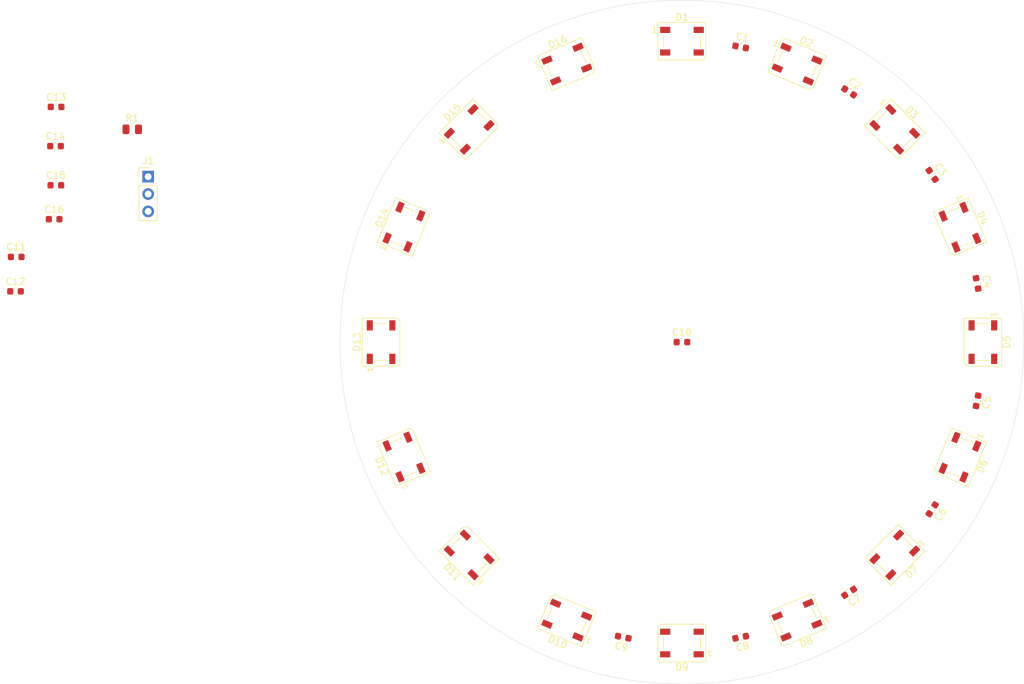
<source format=kicad_pcb>
(kicad_pcb (version 20240108) (generator "pcbnew") (generator_version "8.0")
  (layers (0 "F.Cu" signal) (31 "B.Cu" signal) (34 "B.Paste" user) (35 "F.Paste" user) (36 "B.SilkS" user "B.Silkscreen") (37 "F.SilkS" user "F.Silkscreen") (38 "B.Mask" user) (39 "F.Mask" user) (44 "Edge.Cuts" user))
  (net 0 "")
  (net 1 "GND")
  (net 2 "+5V")
  (net 3 "Net-(D1-DIN)")
  (net 4 "Net-(D1-DOUT)")
  (net 5 "Net-(D2-DOUT)")
  (net 6 "Net-(D3-DOUT)")
  (net 7 "Net-(D4-DOUT)")
  (net 8 "Net-(D5-DOUT)")
  (net 9 "Net-(D6-DOUT)")
  (net 10 "Net-(D7-DOUT)")
  (net 11 "/L1")
  (net 12 "Net-(D10-DIN)")
  (net 13 "Net-(D10-DOUT)")
  (net 14 "Net-(D11-DOUT)")
  (net 15 "Net-(D12-DOUT)")
  (net 16 "Net-(D13-DOUT)")
  (net 17 "Net-(D14-DOUT)")
  (net 18 "Net-(D15-DOUT)")
  (net 20 "Net-(J1-Pin_2)")
  (footprint "Capacitor_SMD:C_0603_1608Metric" (layer "F.Cu") (at 158.583974 143.154552 -168.75)
    (property "Reference" "C8" (at 0 -1.43 11.25) (layer "F.SilkS"))
    (property "Value" "0.1μF")
    (fp_line (start -0.14058 0.51) (end 0.14058 0.51) (stroke (width 0.12)) (layer "F.SilkS"))
    (fp_line (start -0.14058 -0.51) (end 0.14058 -0.51) (stroke (width 0.12)) (layer "F.SilkS"))
    (pad "1" smd roundrect (at -0.775 0 191.25) (size 0.9 0.95) (layers "F.Cu" "F.Paste" "F.Mask") (net 2 "+5V"))
    (pad "2" smd roundrect (at 0.775 0 191.25) (size 0.9 0.95) (layers "F.Cu" "F.Paste" "F.Mask") (net 1 "GND"))
  )
  (footprint "Connector_PinHeader_2.54mm:PinHeader_1x03_P2.54mm_Vertical" (layer "F.Cu") (at 71.95 75.81)
    (property "Reference" "J1" (at 0 -2.33 0) (layer "F.SilkS"))
    (property "Value" "Conn_01x03_Socket")
    (fp_line (start -1.33 -1.33) (end 0 -1.33) (stroke (width 0.12)) (layer "F.SilkS"))
    (fp_line (start -1.33 0) (end -1.33 -1.33) (stroke (width 0.12)) (layer "F.SilkS"))
    (fp_line (start -1.33 1.27) (end -1.33 6.41) (stroke (width 0.12)) (layer "F.SilkS"))
    (fp_line (start -1.33 1.27) (end 1.33 1.27) (stroke (width 0.12)) (layer "F.SilkS"))
    (fp_line (start -1.33 6.41) (end 1.33 6.41) (stroke (width 0.12)) (layer "F.SilkS"))
    (fp_line (start 1.33 1.27) (end 1.33 6.41) (stroke (width 0.12)) (layer "F.SilkS"))
    (pad "1" thru_hole rect (at 0 0) (size 1.7 1.7) (drill 1) (layers "*.Cu" "*.Mask") (net 2 "+5V"))
    (pad "2" thru_hole oval (at 0 2.54) (size 1.7 1.7) (drill 1) (layers "*.Cu" "*.Mask") (net 20 "Net-(J1-Pin_2)"))
    (pad "3" thru_hole oval (at 0 5.08) (size 1.7 1.7) (drill 1) (layers "*.Cu" "*.Mask") (net 1 "GND"))
  )
  (footprint "LED_SMD:LED_WS2812B_PLCC4_5.0x5.0mm_P3.2mm" (layer "F.Cu") (at 181.112698 68.887302 -45)
    (property "Reference" "D3" (at 0 -3.5 135) (layer "F.SilkS"))
    (property "Value" "WS2812B")
    (fp_line (start -3.5 2.75) (end 3.05 2.75) (stroke (width 0.12)) (layer "F.SilkS"))
    (fp_line (start -2.7 0.9) (end -2.7 -0.9) (stroke (width 0.12)) (layer "F.SilkS"))
    (fp_line (start -3.5 -2.75) (end -3.5 2.75) (stroke (width 0.12)) (layer "F.SilkS"))
    (fp_line (start -3.5 -2.75) (end 3.5 -2.75) (stroke (width 0.12)) (layer "F.SilkS"))
    (fp_line (start 3.05 2.75) (end 3.5 2.3) (stroke (width 0.12)) (layer "F.SilkS"))
    (fp_line (start 3.5 2.3) (end 3.5 -2.75) (stroke (width 0.12)) (layer "F.SilkS"))
    (fp_line (start 2.7 0.9) (end 2.7 -0.9) (stroke (width 0.12)) (layer "F.SilkS"))
    (fp_text user "1" (at -4 -1.6 -45) (layer "F.SilkS") (effects (font (size 0.8 0.8))))
    (pad "1" smd roundrect (at -2.45 -1.65 315) (size 1.5 0.9) (layers "F.Cu" "F.Paste" "F.Mask") (roundrect_rratio 0.1) (net 2 "+5V"))
    (pad "2" smd roundrect (at -2.45 1.65 315) (size 1.5 0.9) (layers "F.Cu" "F.Paste" "F.Mask") (roundrect_rratio 0.1) (net 6 "Net-(D3-DOUT)"))
    (pad "3" smd roundrect (at 2.45 1.65 315) (size 1.5 0.9) (layers "F.Cu" "F.Paste" "F.Mask") (roundrect_rratio 0.1) (net 1 "GND"))
    (pad "4" smd roundrect (at 2.45 -1.65 315) (size 1.5 0.9) (layers "F.Cu" "F.Paste" "F.Mask") (roundrect_rratio 0.1) (net 5 "Net-(D2-DOUT)"))
  )
  (footprint "Capacitor_SMD:C_0603_1608Metric" (layer "F.Cu") (at 52.65 87.54)
    (property "Reference" "C11" (at 0 -1.43 0) (layer "F.SilkS"))
    (property "Value" "0.1μF")
    (fp_line (start -0.14058 -0.51) (end 0.14058 -0.51) (stroke (width 0.12)) (layer "F.SilkS"))
    (fp_line (start -0.14058 0.51) (end 0.14058 0.51) (stroke (width 0.12)) (layer "F.SilkS"))
    (pad "1" smd roundrect (at -0.775 0) (size 0.9 0.95) (layers "F.Cu" "F.Paste" "F.Mask") (net 2 "+5V"))
    (pad "2" smd roundrect (at 0.775 0) (size 0.9 0.95) (layers "F.Cu" "F.Paste" "F.Mask") (net 1 "GND"))
  )
  (footprint "Capacitor_SMD:C_0603_1608Metric" (layer "F.Cu") (at 52.55 92.575)
    (property "Reference" "C12" (at 0 -1.43 0) (layer "F.SilkS"))
    (property "Value" "0.1μF")
    (fp_line (start -0.14058 -0.51) (end 0.14058 -0.51) (stroke (width 0.12)) (layer "F.SilkS"))
    (fp_line (start -0.14058 0.51) (end 0.14058 0.51) (stroke (width 0.12)) (layer "F.SilkS"))
    (pad "1" smd roundrect (at -0.775 0) (size 0.9 0.95) (layers "F.Cu" "F.Paste" "F.Mask") (net 2 "+5V"))
    (pad "2" smd roundrect (at 0.775 0) (size 0.9 0.95) (layers "F.Cu" "F.Paste" "F.Mask") (net 1 "GND"))
  )
  (footprint "LED_SMD:LED_WS2812B_PLCC4_5.0x5.0mm_P3.2mm" (layer "F.Cu") (at 181.112698 131.112698 -135)
    (property "Reference" "D7" (at 0 -3.5 45) (layer "F.SilkS"))
    (property "Value" "WS2812B")
    (fp_line (start 3.05 2.75) (end 3.5 2.3) (stroke (width 0.12)) (layer "F.SilkS"))
    (fp_line (start 3.5 2.3) (end 3.5 -2.75) (stroke (width 0.12)) (layer "F.SilkS"))
    (fp_line (start 2.7 0.9) (end 2.7 -0.9) (stroke (width 0.12)) (layer "F.SilkS"))
    (fp_line (start -3.5 2.75) (end 3.05 2.75) (stroke (width 0.12)) (layer "F.SilkS"))
    (fp_line (start -2.7 0.9) (end -2.7 -0.9) (stroke (width 0.12)) (layer "F.SilkS"))
    (fp_line (start -3.5 -2.75) (end 3.5 -2.75) (stroke (width 0.12)) (layer "F.SilkS"))
    (fp_line (start -3.5 -2.75) (end -3.5 2.75) (stroke (width 0.12)) (layer "F.SilkS"))
    (fp_text user "1" (at -4 -1.6 -135) (layer "F.SilkS") (effects (font (size 0.8 0.8))))
    (pad "1" smd roundrect (at -2.45 -1.65 225) (size 1.5 0.9) (layers "F.Cu" "F.Paste" "F.Mask") (roundrect_rratio 0.1) (net 2 "+5V"))
    (pad "2" smd roundrect (at -2.45 1.65 225) (size 1.5 0.9) (layers "F.Cu" "F.Paste" "F.Mask") (roundrect_rratio 0.1) (net 10 "Net-(D7-DOUT)"))
    (pad "3" smd roundrect (at 2.45 1.65 225) (size 1.5 0.9) (layers "F.Cu" "F.Paste" "F.Mask") (roundrect_rratio 0.1) (net 1 "GND"))
    (pad "4" smd roundrect (at 2.45 -1.65 225) (size 1.5 0.9) (layers "F.Cu" "F.Paste" "F.Mask") (roundrect_rratio 0.1) (net 9 "Net-(D6-DOUT)"))
  )
  (footprint "LED_SMD:LED_WS2812B_PLCC4_5.0x5.0mm_P3.2mm" (layer "F.Cu") (at 109.349301 116.797474 112.5)
    (property "Reference" "D12" (at -0.000001 -3.5 112.5) (layer "F.SilkS"))
    (property "Value" "WS2812B")
    (fp_line (start -3.5 -2.75) (end 3.5 -2.75) (stroke (width 0.12)) (layer "F.SilkS"))
    (fp_line (start -3.5 -2.75) (end -3.5 2.75) (stroke (width 0.12)) (layer "F.SilkS"))
    (fp_line (start 2.700001 0.899999) (end 2.7 -0.9) (stroke (width 0.12)) (layer "F.SilkS"))
    (fp_line (start 3.5 2.3) (end 3.5 -2.75) (stroke (width 0.12)) (layer "F.SilkS"))
    (fp_line (start 3.05 2.75) (end 3.5 2.3) (stroke (width 0.12)) (layer "F.SilkS"))
    (fp_line (start -2.7 0.9) (end -2.700001 -0.899999) (stroke (width 0.12)) (layer "F.SilkS"))
    (fp_line (start -3.5 2.75) (end 3.05 2.75) (stroke (width 0.12)) (layer "F.SilkS"))
    (fp_text user "1" (at -4 -1.600001 112.5) (layer "F.SilkS") (effects (font (size 0.8 0.8))))
    (pad "1" smd roundrect (at -2.45 -1.65 112.5) (size 1.5 0.9) (layers "F.Cu" "F.Paste" "F.Mask") (roundrect_rratio 0.1) (net 2 "+5V"))
    (pad "2" smd roundrect (at -2.45 1.65 112.5) (size 1.5 0.9) (layers "F.Cu" "F.Paste" "F.Mask") (roundrect_rratio 0.1) (net 15 "Net-(D12-DOUT)"))
    (pad "3" smd roundrect (at 2.45 1.65 112.5) (size 1.5 0.9) (layers "F.Cu" "F.Paste" "F.Mask") (roundrect_rratio 0.1) (net 1 "GND"))
    (pad "4" smd roundrect (at 2.45 -1.65 112.5) (size 1.5 0.9) (layers "F.Cu" "F.Paste" "F.Mask") (roundrect_rratio 0.1) (net 14 "Net-(D11-DOUT)"))
  )
  (footprint "Capacitor_SMD:C_0603_1608Metric" (layer "F.Cu") (at 150 100)
    (property "Reference" "C10" (at 0 -1.43 0) (layer "F.SilkS"))
    (property "Value" "0.1μF")
    (fp_line (start -0.14058 -0.51) (end 0.14058 -0.51) (stroke (width 0.12)) (layer "F.SilkS"))
    (fp_line (start -0.14058 0.51) (end 0.14058 0.51) (stroke (width 0.12)) (layer "F.SilkS"))
    (pad "1" smd roundrect (at -0.775 0) (size 0.9 0.95) (layers "F.Cu" "F.Paste" "F.Mask") (net 2 "+5V"))
    (pad "2" smd roundrect (at 0.775 0) (size 0.9 0.95) (layers "F.Cu" "F.Paste" "F.Mask") (net 1 "GND"))
  )
  (footprint "Capacitor_SMD:C_0603_1608Metric" (layer "F.Cu") (at 58.45 77.065)
    (property "Reference" "C15" (at 0 -1.43 0) (layer "F.SilkS"))
    (property "Value" "0.1μF")
    (fp_line (start -0.14058 -0.51) (end 0.14058 -0.51) (stroke (width 0.12)) (layer "F.SilkS"))
    (fp_line (start -0.14058 0.51) (end 0.14058 0.51) (stroke (width 0.12)) (layer "F.SilkS"))
    (pad "1" smd roundrect (at -0.775 0) (size 0.9 0.95) (layers "F.Cu" "F.Paste" "F.Mask") (net 2 "+5V"))
    (pad "2" smd roundrect (at 0.775 0) (size 0.9 0.95) (layers "F.Cu" "F.Paste" "F.Mask") (net 1 "GND"))
  )
  (footprint "LED_SMD:LED_WS2812B_PLCC4_5.0x5.0mm_P3.2mm" (layer "F.Cu") (at 150 56)
    (property "Reference" "D1" (at 0 -3.5 0) (layer "F.SilkS"))
    (property "Value" "WS2812B")
    (fp_line (start -3.5 -2.75) (end -3.5 2.75) (stroke (width 0.12)) (layer "F.SilkS"))
    (fp_line (start -3.5 -2.75) (end 3.5 -2.75) (stroke (width 0.12)) (layer "F.SilkS"))
    (fp_line (start -3.5 2.75) (end 3.05 2.75) (stroke (width 0.12)) (layer "F.SilkS"))
    (fp_line (start -2.7 0.9) (end -2.7 -0.9) (stroke (width 0.12)) (layer "F.SilkS"))
    (fp_line (start 2.7 0.9) (end 2.7 -0.9) (stroke (width 0.12)) (layer "F.SilkS"))
    (fp_line (start 3.05 2.75) (end 3.5 2.3) (stroke (width 0.12)) (layer "F.SilkS"))
    (fp_line (start 3.5 2.3) (end 3.5 -2.75) (stroke (width 0.12)) (layer "F.SilkS"))
    (fp_text user "1" (at -4 -1.6 0) (layer "F.SilkS") (effects (font (size 0.8 0.8))))
    (pad "1" smd roundrect (at -2.45 -1.65) (size 1.5 0.9) (layers "F.Cu" "F.Paste" "F.Mask") (roundrect_rratio 0.1) (net 2 "+5V"))
    (pad "2" smd roundrect (at -2.45 1.65) (size 1.5 0.9) (layers "F.Cu" "F.Paste" "F.Mask") (roundrect_rratio 0.1) (net 4 "Net-(D1-DOUT)"))
    (pad "3" smd roundrect (at 2.45 1.65) (size 1.5 0.9) (layers "F.Cu" "F.Paste" "F.Mask") (roundrect_rratio 0.1) (net 1 "GND"))
    (pad "4" smd roundrect (at 2.45 -1.65) (size 1.5 0.9) (layers "F.Cu" "F.Paste" "F.Mask") (roundrect_rratio 0.1) (net 3 "Net-(D1-DIN)"))
  )
  (footprint "LED_SMD:LED_WS2812B_PLCC4_5.0x5.0mm_P3.2mm" (layer "F.Cu") (at 118.887302 68.887302 45)
    (property "Reference" "D15" (at 0 -3.5 45) (layer "F.SilkS"))
    (property "Value" "WS2812B")
    (fp_line (start -3.5 -2.75) (end -3.5 2.75) (stroke (width 0.12)) (layer "F.SilkS"))
    (fp_line (start -3.5 -2.75) (end 3.5 -2.75) (stroke (width 0.12)) (layer "F.SilkS"))
    (fp_line (start -2.7 0.9) (end -2.7 -0.9) (stroke (width 0.12)) (layer "F.SilkS"))
    (fp_line (start -3.5 2.75) (end 3.05 2.75) (stroke (width 0.12)) (layer "F.SilkS"))
    (fp_line (start 2.7 0.9) (end 2.7 -0.9) (stroke (width 0.12)) (layer "F.SilkS"))
    (fp_line (start 3.5 2.3) (end 3.5 -2.75) (stroke (width 0.12)) (layer "F.SilkS"))
    (fp_line (start 3.05 2.75) (end 3.5 2.3) (stroke (width 0.12)) (layer "F.SilkS"))
    (fp_text user "1" (at -4 -1.6 45) (layer "F.SilkS") (effects (font (size 0.8 0.8))))
    (pad "1" smd roundrect (at -2.45 -1.65 45) (size 1.5 0.9) (layers "F.Cu" "F.Paste" "F.Mask") (roundrect_rratio 0.1) (net 2 "+5V"))
    (pad "2" smd roundrect (at -2.45 1.65 45) (size 1.5 0.9) (layers "F.Cu" "F.Paste" "F.Mask") (roundrect_rratio 0.1) (net 18 "Net-(D15-DOUT)"))
    (pad "3" smd roundrect (at 2.45 1.65 45) (size 1.5 0.9) (layers "F.Cu" "F.Paste" "F.Mask") (roundrect_rratio 0.1) (net 1 "GND"))
    (pad "4" smd roundrect (at 2.45 -1.65 45) (size 1.5 0.9) (layers "F.Cu" "F.Paste" "F.Mask") (roundrect_rratio 0.1) (net 17 "Net-(D14-DOUT)"))
  )
  (footprint "LED_SMD:LED_WS2812B_PLCC4_5.0x5.0mm_P3.2mm" (layer "F.Cu") (at 166.838071 59.349301 -22.5)
    (property "Reference" "D2" (at 0 -3.5 157.5) (layer "F.SilkS"))
    (property "Value" "WS2812B")
    (fp_line (start -3.5 2.75) (end 3.05 2.75) (stroke (width 0.12)) (layer "F.SilkS"))
    (fp_line (start -2.7 0.9) (end -2.7 -0.9) (stroke (width 0.12)) (layer "F.SilkS"))
    (fp_line (start -3.5 -2.75) (end -3.5 2.75) (stroke (width 0.12)) (layer "F.SilkS"))
    (fp_line (start -3.5 -2.75) (end 3.5 -2.75) (stroke (width 0.12)) (layer "F.SilkS"))
    (fp_line (start 3.05 2.75) (end 3.5 2.3) (stroke (width 0.12)) (layer "F.SilkS"))
    (fp_line (start 2.7 0.9) (end 2.7 -0.9) (stroke (width 0.12)) (layer "F.SilkS"))
    (fp_line (start 3.5 2.3) (end 3.5 -2.75) (stroke (width 0.12)) (layer "F.SilkS"))
    (fp_text user "1" (at -4 -1.6 -22.5) (layer "F.SilkS") (effects (font (size 0.8 0.8))))
    (pad "1" smd roundrect (at -2.45 -1.65 337.5) (size 1.5 0.9) (layers "F.Cu" "F.Paste" "F.Mask") (roundrect_rratio 0.1) (net 2 "+5V"))
    (pad "2" smd roundrect (at -2.45 1.65 337.5) (size 1.5 0.9) (layers "F.Cu" "F.Paste" "F.Mask") (roundrect_rratio 0.1) (net 5 "Net-(D2-DOUT)"))
    (pad "3" smd roundrect (at 2.45 1.65 337.5) (size 1.5 0.9) (layers "F.Cu" "F.Paste" "F.Mask") (roundrect_rratio 0.1) (net 1 "GND"))
    (pad "4" smd roundrect (at 2.45 -1.65 337.5) (size 1.5 0.9) (layers "F.Cu" "F.Paste" "F.Mask") (roundrect_rratio 0.1) (net 4 "Net-(D1-DOUT)"))
  )
  (footprint "LED_SMD:LED_WS2812B_PLCC4_5.0x5.0mm_P3.2mm" (layer "F.Cu") (at 166.838071 140.650699 -157.5)
    (property "Reference" "D8" (at 0 -3.5 22.5) (layer "F.SilkS"))
    (property "Value" "WS2812B")
    (fp_line (start 3.5 2.3) (end 3.5 -2.75) (stroke (width 0.12)) (layer "F.SilkS"))
    (fp_line (start 3.05 2.75) (end 3.5 2.3) (stroke (width 0.12)) (layer "F.SilkS"))
    (fp_line (start 2.7 0.9) (end 2.7 -0.9) (stroke (width 0.12)) (layer "F.SilkS"))
    (fp_line (start -2.7 0.9) (end -2.7 -0.9) (stroke (width 0.12)) (layer "F.SilkS"))
    (fp_line (start -3.5 2.75) (end 3.05 2.75) (stroke (width 0.12)) (layer "F.SilkS"))
    (fp_line (start -3.5 -2.75) (end 3.5 -2.75) (stroke (width 0.12)) (layer "F.SilkS"))
    (fp_line (start -3.5 -2.75) (end -3.5 2.75) (stroke (width 0.12)) (layer "F.SilkS"))
    (fp_text user "1" (at -4 -1.600001 -157.5) (layer "F.SilkS") (effects (font (size 0.8 0.8))))
    (pad "1" smd roundrect (at -2.45 -1.65 202.5) (size 1.5 0.9) (layers "F.Cu" "F.Paste" "F.Mask") (roundrect_rratio 0.1) (net 2 "+5V"))
    (pad "2" smd roundrect (at -2.45 1.65 202.5) (size 1.5 0.9) (layers "F.Cu" "F.Paste" "F.Mask") (roundrect_rratio 0.1) (net 11 "/L1"))
    (pad "3" smd roundrect (at 2.45 1.65 202.5) (size 1.5 0.9) (layers "F.Cu" "F.Paste" "F.Mask") (roundrect_rratio 0.1) (net 1 "GND"))
    (pad "4" smd roundrect (at 2.45 -1.65 202.5) (size 1.5 0.9) (layers "F.Cu" "F.Paste" "F.Mask") (roundrect_rratio 0.1) (net 10 "Net-(D7-DOUT)"))
  )
  (footprint "Capacitor_SMD:C_0603_1608Metric" (layer "F.Cu") (at 186.584663 124.44509 -123.75)
    (property "Reference" "C6" (at -0.000001 -1.43 56.25) (layer "F.SilkS"))
    (property "Value" "0.1μF")
    (fp_line (start -0.14058 0.51) (end 0.14058 0.51) (stroke (width 0.12)) (layer "F.SilkS"))
    (fp_line (start -0.14058 -0.51) (end 0.14058 -0.51) (stroke (width 0.12)) (layer "F.SilkS"))
    (pad "1" smd roundrect (at -0.775 0 236.25) (size 0.9 0.95) (layers "F.Cu" "F.Paste" "F.Mask") (net 2 "+5V"))
    (pad "2" smd roundrect (at 0.775 0 236.25) (size 0.9 0.95) (layers "F.Cu" "F.Paste" "F.Mask") (net 1 "GND"))
  )
  (footprint "Capacitor_SMD:C_0603_1608Metric" (layer "F.Cu") (at 174.44509 136.584663 -146.25)
    (property "Reference" "C7" (at 0.000001 -1.43 33.75) (layer "F.SilkS"))
    (property "Value" "0.1μF")
    (fp_line (start -0.14058 0.51) (end 0.14058 0.51) (stroke (width 0.12)) (layer "F.SilkS"))
    (fp_line (start -0.14058 -0.51) (end 0.14058 -0.51) (stroke (width 0.12)) (layer "F.SilkS"))
    (pad "1" smd roundrect (at -0.775 0 213.75) (size 0.9 0.95) (layers "F.Cu" "F.Paste" "F.Mask") (net 2 "+5V"))
    (pad "2" smd roundrect (at 0.775 0 213.75) (size 0.9 0.95) (layers "F.Cu" "F.Paste" "F.Mask") (net 1 "GND"))
  )
  (footprint "LED_SMD:LED_WS2812B_PLCC4_5.0x5.0mm_P3.2mm" (layer "F.Cu") (at 106 100 90)
    (property "Reference" "D13" (at 0 -3.5 90) (layer "F.SilkS"))
    (property "Value" "WS2812B")
    (fp_line (start -3.5 -2.75) (end 3.5 -2.75) (stroke (width 0.12)) (layer "F.SilkS"))
    (fp_line (start -3.5 -2.75) (end -3.5 2.75) (stroke (width 0.12)) (layer "F.SilkS"))
    (fp_line (start 2.7 0.9) (end 2.7 -0.9) (stroke (width 0.12)) (layer "F.SilkS"))
    (fp_line (start -2.7 0.9) (end -2.7 -0.9) (stroke (width 0.12)) (layer "F.SilkS"))
    (fp_line (start 3.5 2.3) (end 3.5 -2.75) (stroke (width 0.12)) (layer "F.SilkS"))
    (fp_line (start 3.05 2.75) (end 3.5 2.3) (stroke (width 0.12)) (layer "F.SilkS"))
    (fp_line (start -3.5 2.75) (end 3.05 2.75) (stroke (width 0.12)) (layer "F.SilkS"))
    (fp_text user "1" (at -4 -1.6 90) (layer "F.SilkS") (effects (font (size 0.8 0.8))))
    (pad "1" smd roundrect (at -2.45 -1.65 90) (size 1.5 0.9) (layers "F.Cu" "F.Paste" "F.Mask") (roundrect_rratio 0.1) (net 2 "+5V"))
    (pad "2" smd roundrect (at -2.45 1.65 90) (size 1.5 0.9) (layers "F.Cu" "F.Paste" "F.Mask") (roundrect_rratio 0.1) (net 16 "Net-(D13-DOUT)"))
    (pad "3" smd roundrect (at 2.45 1.65 90) (size 1.5 0.9) (layers "F.Cu" "F.Paste" "F.Mask") (roundrect_rratio 0.1) (net 1 "GND"))
    (pad "4" smd roundrect (at 2.45 -1.65 90) (size 1.5 0.9) (layers "F.Cu" "F.Paste" "F.Mask") (roundrect_rratio 0.1) (net 15 "Net-(D12-DOUT)"))
  )
  (footprint "LED_SMD:LED_WS2812B_PLCC4_5.0x5.0mm_P3.2mm" (layer "F.Cu") (at 150 144 180)
    (property "Reference" "D9" (at 0 -3.5 360) (layer "F.SilkS"))
    (property "Value" "WS2812B")
    (fp_line (start 3.5 2.3) (end 3.5 -2.75) (stroke (width 0.12)) (layer "F.SilkS"))
    (fp_line (start 3.05 2.75) (end 3.5 2.3) (stroke (width 0.12)) (layer "F.SilkS"))
    (fp_line (start 2.7 0.9) (end 2.7 -0.9) (stroke (width 0.12)) (layer "F.SilkS"))
    (fp_line (start -2.7 0.9) (end -2.7 -0.9) (stroke (width 0.12)) (layer "F.SilkS"))
    (fp_line (start -3.5 2.75) (end 3.05 2.75) (stroke (width 0.12)) (layer "F.SilkS"))
    (fp_line (start -3.5 -2.75) (end 3.5 -2.75) (stroke (width 0.12)) (layer "F.SilkS"))
    (fp_line (start -3.5 -2.75) (end -3.5 2.75) (stroke (width 0.12)) (layer "F.SilkS"))
    (fp_text user "1" (at -4 -1.6 180) (layer "F.SilkS") (effects (font (size 0.8 0.8))))
    (pad "1" smd roundrect (at -2.45 -1.65 180) (size 1.5 0.9) (layers "F.Cu" "F.Paste" "F.Mask") (roundrect_rratio 0.1) (net 2 "+5V"))
    (pad "2" smd roundrect (at -2.45 1.65 180) (size 1.5 0.9) (layers "F.Cu" "F.Paste" "F.Mask") (roundrect_rratio 0.1) (net 12 "Net-(D10-DIN)"))
    (pad "3" smd roundrect (at 2.45 1.65 180) (size 1.5 0.9) (layers "F.Cu" "F.Paste" "F.Mask") (roundrect_rratio 0.1) (net 1 "GND"))
    (pad "4" smd roundrect (at 2.45 -1.65 180) (size 1.5 0.9) (layers "F.Cu" "F.Paste" "F.Mask") (roundrect_rratio 0.1) (net 11 "/L1"))
  )
  (footprint "LED_SMD:LED_WS2812B_PLCC4_5.0x5.0mm_P3.2mm" (layer "F.Cu") (at 190.650699 116.838071 -112.5)
    (property "Reference" "D6" (at 0 -3.5 67.5) (layer "F.SilkS"))
    (property "Value" "WS2812B")
    (fp_line (start 3.05 2.75) (end 3.5 2.3) (stroke (width 0.12)) (layer "F.SilkS"))
    (fp_line (start 3.5 2.3) (end 3.5 -2.75) (stroke (width 0.12)) (layer "F.SilkS"))
    (fp_line (start 2.7 0.9) (end 2.7 -0.9) (stroke (width 0.12)) (layer "F.SilkS"))
    (fp_line (start -3.5 2.75) (end 3.05 2.75) (stroke (width 0.12)) (layer "F.SilkS"))
    (fp_line (start -2.7 0.9) (end -2.7 -0.9) (stroke (width 0.12)) (layer "F.SilkS"))
    (fp_line (start -3.5 -2.75) (end -3.5 2.75) (stroke (width 0.12)) (layer "F.SilkS"))
    (fp_line (start -3.5 -2.75) (end 3.5 -2.75) (stroke (width 0.12)) (layer "F.SilkS"))
    (fp_text user "1" (at -4 -1.6 -112.5) (layer "F.SilkS") (effects (font (size 0.8 0.8))))
    (pad "1" smd roundrect (at -2.45 -1.65 247.5) (size 1.5 0.9) (layers "F.Cu" "F.Paste" "F.Mask") (roundrect_rratio 0.1) (net 2 "+5V"))
    (pad "2" smd roundrect (at -2.45 1.65 247.5) (size 1.5 0.9) (layers "F.Cu" "F.Paste" "F.Mask") (roundrect_rratio 0.1) (net 9 "Net-(D6-DOUT)"))
    (pad "3" smd roundrect (at 2.45 1.65 247.5) (size 1.5 0.9) (layers "F.Cu" "F.Paste" "F.Mask") (roundrect_rratio 0.1) (net 1 "GND"))
    (pad "4" smd roundrect (at 2.45 -1.65 247.5) (size 1.5 0.9) (layers "F.Cu" "F.Paste" "F.Mask") (roundrect_rratio 0.1) (net 8 "Net-(D5-DOUT)"))
  )
  (footprint "LED_SMD:LED_WS2812B_PLCC4_5.0x5.0mm_P3.2mm" (layer "F.Cu") (at 133.161929 59.349301 22.5)
    (property "Reference" "D16" (at 0 -3.5 22.5) (layer "F.SilkS"))
    (property "Value" "WS2812B")
    (fp_line (start -3.5 -2.75) (end -3.5 2.75) (stroke (width 0.12)) (layer "F.SilkS"))
    (fp_line (start -3.5 -2.75) (end 3.5 -2.75) (stroke (width 0.12)) (layer "F.SilkS"))
    (fp_line (start -3.5 2.75) (end 3.05 2.75) (stroke (width 0.12)) (layer "F.SilkS"))
    (fp_line (start -2.7 0.9) (end -2.7 -0.9) (stroke (width 0.12)) (layer "F.SilkS"))
    (fp_line (start 2.7 0.9) (end 2.7 -0.9) (stroke (width 0.12)) (layer "F.SilkS"))
    (fp_line (start 3.05 2.75) (end 3.5 2.3) (stroke (width 0.12)) (layer "F.SilkS"))
    (fp_line (start 3.5 2.3) (end 3.5 -2.75) (stroke (width 0.12)) (layer "F.SilkS"))
    (fp_text user "1" (at -4 -1.600001 22.5) (layer "F.SilkS") (effects (font (size 0.8 0.8))))
    (pad "1" smd roundrect (at -2.45 -1.65 22.5) (size 1.5 0.9) (layers "F.Cu" "F.Paste" "F.Mask") (roundrect_rratio 0.1) (net 2 "+5V"))
    (pad "2" smd roundrect (at -2.45 1.65 22.5) (size 1.5 0.9) (layers "F.Cu" "F.Paste" "F.Mask") (roundrect_rratio 0.1))
    (pad "3" smd roundrect (at 2.45 1.65 22.5) (size 1.5 0.9) (layers "F.Cu" "F.Paste" "F.Mask") (roundrect_rratio 0.1) (net 1 "GND"))
    (pad "4" smd roundrect (at 2.45 -1.65 22.5) (size 1.5 0.9) (layers "F.Cu" "F.Paste" "F.Mask") (roundrect_rratio 0.1) (net 18 "Net-(D15-DOUT)"))
  )
  (footprint "Resistor_SMD:R_0805_2012Metric" (layer "F.Cu") (at 69.62 68.89)
    (property "Reference" "R1" (at 0 -1.65 0) (layer "F.SilkS"))
    (property "Value" "330")
    (fp_line (start -0.227064 -0.735) (end 0.227064 -0.735) (stroke (width 0.12)) (layer "F.SilkS"))
    (fp_line (start -0.227064 0.735) (end 0.227064 0.735) (stroke (width 0.12)) (layer "F.SilkS"))
    (pad "1" smd roundrect (at -0.9125 0) (size 1.025 1.4) (layers "F.Cu" "F.Paste" "F.Mask") (roundrect_rratio 0.243902) (net 3 "Net-(D1-DIN)"))
    (pad "2" smd roundrect (at 0.9125 0) (size 1.025 1.4) (layers "F.Cu" "F.Paste" "F.Mask") (roundrect_rratio 0.243902) (net 20 "Net-(J1-Pin_2)"))
  )
  (footprint "Capacitor_SMD:C_0603_1608Metric" (layer "F.Cu") (at 141.416026 143.154552 168.75)
    (property "Reference" "C9" (at 0 -1.43 168.75) (layer "F.SilkS"))
    (property "Value" "0.1μF")
    (fp_line (start -0.14058 -0.51) (end 0.14058 -0.51) (stroke (width 0.12)) (layer "F.SilkS"))
    (fp_line (start -0.14058 0.51) (end 0.14058 0.51) (stroke (width 0.12)) (layer "F.SilkS"))
    (pad "1" smd roundrect (at -0.775 0 168.75) (size 0.9 0.95) (layers "F.Cu" "F.Paste" "F.Mask") (net 2 "+5V"))
    (pad "2" smd roundrect (at 0.775 0 168.75) (size 0.9 0.95) (layers "F.Cu" "F.Paste" "F.Mask") (net 1 "GND"))
  )
  (footprint "LED_SMD:LED_WS2812B_PLCC4_5.0x5.0mm_P3.2mm" (layer "F.Cu") (at 133.161929 140.650699 157.5)
    (property "Reference" "D10" (at 0 -3.5 157.5) (layer "F.SilkS"))
    (property "Value" "WS2812B")
    (fp_line (start 3.5 2.3) (end 3.5 -2.75) (stroke (width 0.12)) (layer "F.SilkS"))
    (fp_line (start 2.7 0.9) (end 2.7 -0.9) (stroke (width 0.12)) (layer "F.SilkS"))
    (fp_line (start 3.05 2.75) (end 3.5 2.3) (stroke (width 0.12)) (layer "F.SilkS"))
    (fp_line (start -3.5 -2.75) (end 3.5 -2.75) (stroke (width 0.12)) (layer "F.SilkS"))
    (fp_line (start -3.5 -2.75) (end -3.5 2.75) (stroke (width 0.12)) (layer "F.SilkS"))
    (fp_line (start -2.7 0.9) (end -2.7 -0.9) (stroke (width 0.12)) (layer "F.SilkS"))
    (fp_line (start -3.5 2.75) (end 3.05 2.75) (stroke (width 0.12)) (layer "F.SilkS"))
    (fp_text user "1" (at -4 -1.6 157.5) (layer "F.SilkS") (effects (font (size 0.8 0.8))))
    (pad "1" smd roundrect (at -2.45 -1.65 157.5) (size 1.5 0.9) (layers "F.Cu" "F.Paste" "F.Mask") (roundrect_rratio 0.1) (net 2 "+5V"))
    (pad "2" smd roundrect (at -2.45 1.65 157.5) (size 1.5 0.9) (layers "F.Cu" "F.Paste" "F.Mask") (roundrect_rratio 0.1) (net 13 "Net-(D10-DOUT)"))
    (pad "3" smd roundrect (at 2.45 1.65 157.5) (size 1.5 0.9) (layers "F.Cu" "F.Paste" "F.Mask") (roundrect_rratio 0.1) (net 1 "GND"))
    (pad "4" smd roundrect (at 2.45 -1.65 157.5) (size 1.5 0.9) (layers "F.Cu" "F.Paste" "F.Mask") (roundrect_rratio 0.1) (net 12 "Net-(D10-DIN)"))
  )
  (footprint "Capacitor_SMD:C_0603_1608Metric" (layer "F.Cu") (at 58.2 82.025)
    (property "Reference" "C16" (at 0 -1.43 0) (layer "F.SilkS"))
    (property "Value" "0.1μF")
    (fp_line (start -0.14058 -0.51) (end 0.14058 -0.51) (stroke (width 0.12)) (layer "F.SilkS"))
    (fp_line (start -0.14058 0.51) (end 0.14058 0.51) (stroke (width 0.12)) (layer "F.SilkS"))
    (pad "1" smd roundrect (at -0.775 0) (size 0.9 0.95) (layers "F.Cu" "F.Paste" "F.Mask") (net 2 "+5V"))
    (pad "2" smd roundrect (at 0.775 0) (size 0.9 0.95) (layers "F.Cu" "F.Paste" "F.Mask") (net 1 "GND"))
  )
  (footprint "Capacitor_SMD:C_0603_1608Metric" (layer "F.Cu") (at 193.154552 91.416026 -78.75)
    (property "Reference" "C4" (at 0 -1.43 101.25) (layer "F.SilkS"))
    (property "Value" "0.1μF")
    (fp_line (start -0.14058 0.51) (end 0.14058 0.51) (stroke (width 0.12)) (layer "F.SilkS"))
    (fp_line (start -0.14058 -0.51) (end 0.14058 -0.51) (stroke (width 0.12)) (layer "F.SilkS"))
    (pad "1" smd roundrect (at -0.775 0 281.25) (size 0.9 0.95) (layers "F.Cu" "F.Paste" "F.Mask") (net 2 "+5V"))
    (pad "2" smd roundrect (at 0.775 0 281.25) (size 0.9 0.95) (layers "F.Cu" "F.Paste" "F.Mask") (net 1 "GND"))
  )
  (footprint "LED_SMD:LED_WS2812B_PLCC4_5.0x5.0mm_P3.2mm" (layer "F.Cu") (at 109.349301 83.161929 67.5)
    (property "Reference" "D14" (at 0 -3.5 67.5) (layer "F.SilkS"))
    (property "Value" "WS2812B")
    (fp_line (start -3.5 -2.75) (end 3.5 -2.75) (stroke (width 0.12)) (layer "F.SilkS"))
    (fp_line (start -3.5 -2.75) (end -3.5 2.75) (stroke (width 0.12)) (layer "F.SilkS"))
    (fp_line (start -2.7 0.9) (end -2.7 -0.9) (stroke (width 0.12)) (layer "F.SilkS"))
    (fp_line (start -3.5 2.75) (end 3.05 2.75) (stroke (width 0.12)) (layer "F.SilkS"))
    (fp_line (start 2.7 0.9) (end 2.7 -0.9) (stroke (width 0.12)) (layer "F.SilkS"))
    (fp_line (start 3.5 2.3) (end 3.5 -2.75) (stroke (width 0.12)) (layer "F.SilkS"))
    (fp_line (start 3.05 2.75) (end 3.5 2.3) (stroke (width 0.12)) (layer "F.SilkS"))
    (fp_text user "1" (at -4 -1.6 67.5) (layer "F.SilkS") (effects (font (size 0.8 0.8))))
    (pad "1" smd roundrect (at -2.45 -1.65 67.5) (size 1.5 0.9) (layers "F.Cu" "F.Paste" "F.Mask") (roundrect_rratio 0.1) (net 2 "+5V"))
    (pad "2" smd roundrect (at -2.45 1.65 67.5) (size 1.5 0.9) (layers "F.Cu" "F.Paste" "F.Mask") (roundrect_rratio 0.1) (net 17 "Net-(D14-DOUT)"))
    (pad "3" smd roundrect (at 2.45 1.65 67.5) (size 1.5 0.9) (layers "F.Cu" "F.Paste" "F.Mask") (roundrect_rratio 0.1) (net 1 "GND"))
    (pad "4" smd roundrect (at 2.45 -1.65 67.5) (size 1.5 0.9) (layers "F.Cu" "F.Paste" "F.Mask") (roundrect_rratio 0.1) (net 16 "Net-(D13-DOUT)"))
  )
  (footprint "LED_SMD:LED_WS2812B_PLCC4_5.0x5.0mm_P3.2mm" (layer "F.Cu") (at 118.887302 131.112698 135)
    (property "Reference" "D11" (at 0 -3.5 135) (layer "F.SilkS"))
    (property "Value" "WS2812B")
    (fp_line (start 2.7 0.9) (end 2.7 -0.9) (stroke (width 0.12)) (layer "F.SilkS"))
    (fp_line (start 3.5 2.3) (end 3.5 -2.75) (stroke (width 0.12)) (layer "F.SilkS"))
    (fp_line (start 3.05 2.75) (end 3.5 2.3) (stroke (width 0.12)) (layer "F.SilkS"))
    (fp_line (start -3.5 -2.75) (end 3.5 -2.75) (stroke (width 0.12)) (layer "F.SilkS"))
    (fp_line (start -3.5 -2.75) (end -3.5 2.75) (stroke (width 0.12)) (layer "F.SilkS"))
    (fp_line (start -2.7 0.9) (end -2.7 -0.9) (stroke (width 0.12)) (layer "F.SilkS"))
    (fp_line (start -3.5 2.75) (end 3.05 2.75) (stroke (width 0.12)) (layer "F.SilkS"))
    (fp_text user "1" (at -4 -1.6 135) (layer "F.SilkS") (effects (font (size 0.8 0.8))))
    (pad "1" smd roundrect (at -2.45 -1.65 135) (size 1.5 0.9) (layers "F.Cu" "F.Paste" "F.Mask") (roundrect_rratio 0.1) (net 2 "+5V"))
    (pad "2" smd roundrect (at -2.45 1.65 135) (size 1.5 0.9) (layers "F.Cu" "F.Paste" "F.Mask") (roundrect_rratio 0.1) (net 14 "Net-(D11-DOUT)"))
    (pad "3" smd roundrect (at 2.45 1.65 135) (size 1.5 0.9) (layers "F.Cu" "F.Paste" "F.Mask") (roundrect_rratio 0.1) (net 1 "GND"))
    (pad "4" smd roundrect (at 2.45 -1.65 135) (size 1.5 0.9) (layers "F.Cu" "F.Paste" "F.Mask") (roundrect_rratio 0.1) (net 13 "Net-(D10-DOUT)"))
  )
  (footprint "Capacitor_SMD:C_0603_1608Metric" (layer "F.Cu") (at 186.584663 75.55491 -56.25)
    (property "Reference" "C3" (at 0.000001 -1.43 123.75) (layer "F.SilkS"))
    (property "Value" "0.1μF")
    (fp_line (start -0.14058 0.51) (end 0.14058 0.510001) (stroke (width 0.12)) (layer "F.SilkS"))
    (fp_line (start -0.14058 -0.510001) (end 0.14058 -0.51) (stroke (width 0.12)) (layer "F.SilkS"))
    (pad "1" smd roundrect (at -0.775 0 303.75) (size 0.9 0.95) (layers "F.Cu" "F.Paste" "F.Mask") (net 2 "+5V"))
    (pad "2" smd roundrect (at 0.775 0 303.75) (size 0.9 0.95) (layers "F.Cu" "F.Paste" "F.Mask") (net 1 "GND"))
  )
  (footprint "Capacitor_SMD:C_0603_1608Metric" (layer "F.Cu") (at 58.48 65.61)
    (property "Reference" "C13" (at 0 -1.43 0) (layer "F.SilkS"))
    (property "Value" "0.1μF")
    (fp_line (start -0.14058 -0.51) (end 0.14058 -0.51) (stroke (width 0.12)) (layer "F.SilkS"))
    (fp_line (start -0.14058 0.51) (end 0.14058 0.51) (stroke (width 0.12)) (layer "F.SilkS"))
    (pad "1" smd roundrect (at -0.775 0) (size 0.9 0.95) (layers "F.Cu" "F.Paste" "F.Mask") (net 2 "+5V"))
    (pad "2" smd roundrect (at 0.775 0) (size 0.9 0.95) (layers "F.Cu" "F.Paste" "F.Mask") (net 1 "GND"))
  )
  (footprint "Capacitor_SMD:C_0603_1608Metric" (layer "F.Cu") (at 158.583974 56.845448 -11.25)
    (property "Reference" "C1" (at 0 -1.43 168.75) (layer "F.SilkS"))
    (property "Value" "0.1μF")
    (fp_line (start -0.14058 0.51) (end 0.14058 0.51) (stroke (width 0.12)) (layer "F.SilkS"))
    (fp_line (start -0.14058 -0.51) (end 0.14058 -0.51) (stroke (width 0.12)) (layer "F.SilkS"))
    (pad "1" smd roundrect (at -0.775 0 348.75) (size 0.9 0.95) (layers "F.Cu" "F.Paste" "F.Mask") (net 2 "+5V"))
    (pad "2" smd roundrect (at 0.775 0 348.75) (size 0.9 0.95) (layers "F.Cu" "F.Paste" "F.Mask") (net 1 "GND"))
  )
  (footprint "LED_SMD:LED_WS2812B_PLCC4_5.0x5.0mm_P3.2mm" (layer "F.Cu") (at 194 100 -90)
    (property "Reference" "D5" (at 0 -3.5 90) (layer "F.SilkS"))
    (property "Value" "WS2812B")
    (fp_line (start -3.5 2.75) (end 3.05 2.75) (stroke (width 0.12)) (layer "F.SilkS"))
    (fp_line (start 3.05 2.75) (end 3.5 2.3) (stroke (width 0.12)) (layer "F.SilkS"))
    (fp_line (start 3.5 2.3) (end 3.5 -2.75) (stroke (width 0.12)) (layer "F.SilkS"))
    (fp_line (start -2.7 0.9) (end -2.7 -0.9) (stroke (width 0.12)) (layer "F.SilkS"))
    (fp_line (start 2.7 0.9) (end 2.7 -0.9) (stroke (width 0.12)) (layer "F.SilkS"))
    (fp_line (start -3.5 -2.75) (end -3.5 2.75) (stroke (width 0.12)) (layer "F.SilkS"))
    (fp_line (start -3.5 -2.75) (end 3.5 -2.75) (stroke (width 0.12)) (layer "F.SilkS"))
    (fp_text user "1" (at -4 -1.6 -90) (layer "F.SilkS") (effects (font (size 0.8 0.8))))
    (pad "1" smd roundrect (at -2.45 -1.65 270) (size 1.5 0.9) (layers "F.Cu" "F.Paste" "F.Mask") (roundrect_rratio 0.1) (net 2 "+5V"))
    (pad "2" smd roundrect (at -2.45 1.65 270) (size 1.5 0.9) (layers "F.Cu" "F.Paste" "F.Mask") (roundrect_rratio 0.1) (net 8 "Net-(D5-DOUT)"))
    (pad "3" smd roundrect (at 2.45 1.65 270) (size 1.5 0.9) (layers "F.Cu" "F.Paste" "F.Mask") (roundrect_rratio 0.1) (net 1 "GND"))
    (pad "4" smd roundrect (at 2.45 -1.65 270) (size 1.5 0.9) (layers "F.Cu" "F.Paste" "F.Mask") (roundrect_rratio 0.1) (net 7 "Net-(D4-DOUT)"))
  )
  (footprint "Capacitor_SMD:C_0603_1608Metric" (layer "F.Cu") (at 174.44509 63.415337 -33.75)
    (property "Reference" "C2" (at 0.000001 -1.43 146.25) (layer "F.SilkS"))
    (property "Value" "0.1μF")
    (fp_line (start -0.14058 0.509999) (end 0.140581 0.51) (stroke (width 0.12)) (layer "F.SilkS"))
    (fp_line (start -0.140581 -0.51) (end 0.14058 -0.509999) (stroke (width 0.12)) (layer "F.SilkS"))
    (pad "1" smd roundrect (at -0.775 0 326.25) (size 0.9 0.95) (layers "F.Cu" "F.Paste" "F.Mask") (net 2 "+5V"))
    (pad "2" smd roundrect (at 0.775 0 326.25) (size 0.9 0.95) (layers "F.Cu" "F.Paste" "F.Mask") (net 1 "GND"))
  )
  (footprint "Capacitor_SMD:C_0603_1608Metric" (layer "F.Cu") (at 58.4 71.34)
    (property "Reference" "C14" (at 0 -1.43 0) (layer "F.SilkS"))
    (property "Value" "0.1μF")
    (fp_line (start -0.14058 -0.51) (end 0.14058 -0.51) (stroke (width 0.12)) (layer "F.SilkS"))
    (fp_line (start -0.14058 0.51) (end 0.14058 0.51) (stroke (width 0.12)) (layer "F.SilkS"))
    (pad "1" smd roundrect (at -0.775 0) (size 0.9 0.95) (layers "F.Cu" "F.Paste" "F.Mask") (net 2 "+5V"))
    (pad "2" smd roundrect (at 0.775 0) (size 0.9 0.95) (layers "F.Cu" "F.Paste" "F.Mask") (net 1 "GND"))
  )
  (footprint "Capacitor_SMD:C_0603_1608Metric" (layer "F.Cu") (at 193.154552 108.583974 -101.25)
    (property "Reference" "C5" (at 0 -1.43 78.75) (layer "F.SilkS"))
    (property "Value" "0.1μF")
    (fp_line (start -0.14058 0.509999) (end 0.14058 0.510001) (stroke (width 0.12)) (layer "F.SilkS"))
    (fp_line (start -0.14058 -0.510001) (end 0.14058 -0.509999) (stroke (width 0.12)) (layer "F.SilkS"))
    (pad "1" smd roundrect (at -0.775 0 258.75) (size 0.9 0.95) (layers "F.Cu" "F.Paste" "F.Mask") (net 2 "+5V"))
    (pad "2" smd roundrect (at 0.775 0 258.75) (size 0.9 0.95) (layers "F.Cu" "F.Paste" "F.Mask") (net 1 "GND"))
  )
  (footprint "LED_SMD:LED_WS2812B_PLCC4_5.0x5.0mm_P3.2mm" (layer "F.Cu") (at 190.650699 83.202526 -67.5)
    (property "Reference" "D4" (at 0 -3.5 112.5) (layer "F.SilkS"))
    (property "Value" "WS2812B")
    (fp_line (start -3.5 2.75) (end 3.05 2.75) (stroke (width 0.12)) (layer "F.SilkS"))
    (fp_line (start -2.7 0.9) (end -2.7 -0.9) (stroke (width 0.12)) (layer "F.SilkS"))
    (fp_line (start 3.05 2.75) (end 3.5 2.3) (stroke (width 0.12)) (layer "F.SilkS"))
    (fp_line (start 3.5 2.3) (end 3.5 -2.75) (stroke (width 0.12)) (layer "F.SilkS"))
    (fp_line (start 2.7 0.9) (end 2.7 -0.9) (stroke (width 0.12)) (layer "F.SilkS"))
    (fp_line (start -3.5 -2.75) (end -3.5 2.75) (stroke (width 0.12)) (layer "F.SilkS"))
    (fp_line (start -3.5 -2.75) (end 3.5 -2.75) (stroke (width 0.12)) (layer "F.SilkS"))
    (fp_text user "1" (at -4.000001 -1.6 -67.5) (layer "F.SilkS") (effects (font (size 0.8 0.8))))
    (pad "1" smd roundrect (at -2.45 -1.65 292.5) (size 1.5 0.9) (layers "F.Cu" "F.Paste" "F.Mask") (roundrect_rratio 0.1) (net 2 "+5V"))
    (pad "2" smd roundrect (at -2.45 1.65 292.5) (size 1.5 0.9) (layers "F.Cu" "F.Paste" "F.Mask") (roundrect_rratio 0.1) (net 7 "Net-(D4-DOUT)"))
    (pad "3" smd roundrect (at 2.45 1.65 292.5) (size 1.5 0.9) (layers "F.Cu" "F.Paste" "F.Mask") (roundrect_rratio 0.1) (net 1 "GND"))
    (pad "4" smd roundrect (at 2.45 -1.65 292.5) (size 1.5 0.9) (layers "F.Cu" "F.Paste" "F.Mask") (roundrect_rratio 0.1) (net 6 "Net-(D3-DOUT)"))
  )
  (gr_circle (center 150 100) (end 200 100) (stroke (width 0.05)) (fill none) (layer "Edge.Cuts"))
)
</source>
